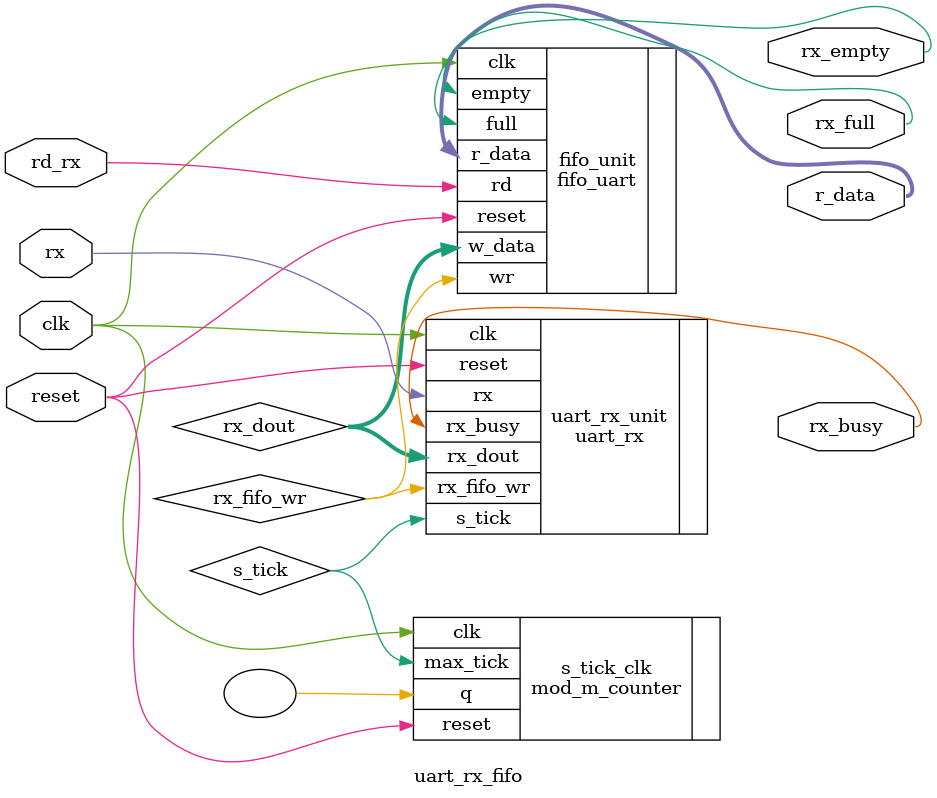
<source format=v>
`timescale 1ns / 1ps
module uart_rx_fifo
#(
//115200 baud, 8 data bits, 1 stop bit, 2^2 FIFO
parameter D_BIT = 8, //#data bits
			SB_TICK = 16,	//#ticks for stop bits
								//16/24/32 for 1/1.5/2 bits
			DVSR = 27,  //baud rate divisor
			DVSR_BIT = 5, //bits of DVSR
			FIFO_W = 2	//#address bits of FIFO
							//#words in FIFO = 2^FIFO_W
)
(
input clk, reset, rx, rd_rx,
output wire [7:0] r_data,
output rx_empty, rx_full, rx_busy
 );

wire s_tick, rx_fifo_wr;
wire [7:0] rx_dout;

mod_m_counter s_tick_clk(.clk(clk), .reset(reset), .max_tick(s_tick), .q());

uart_rx uart_rx_unit(.clk(clk), .reset(reset), .rx(rx), .s_tick(s_tick), 
.rx_fifo_wr(rx_fifo_wr), .rx_busy(rx_busy), .rx_dout(rx_dout));

fifo_uart fifo_unit (.clk(clk), .reset(reset), .rd(rd_rx), .wr(rx_fifo_wr), .w_data(rx_dout), 
	.empty(rx_empty), .full(rx_full), .r_data(r_data));

endmodule


</source>
